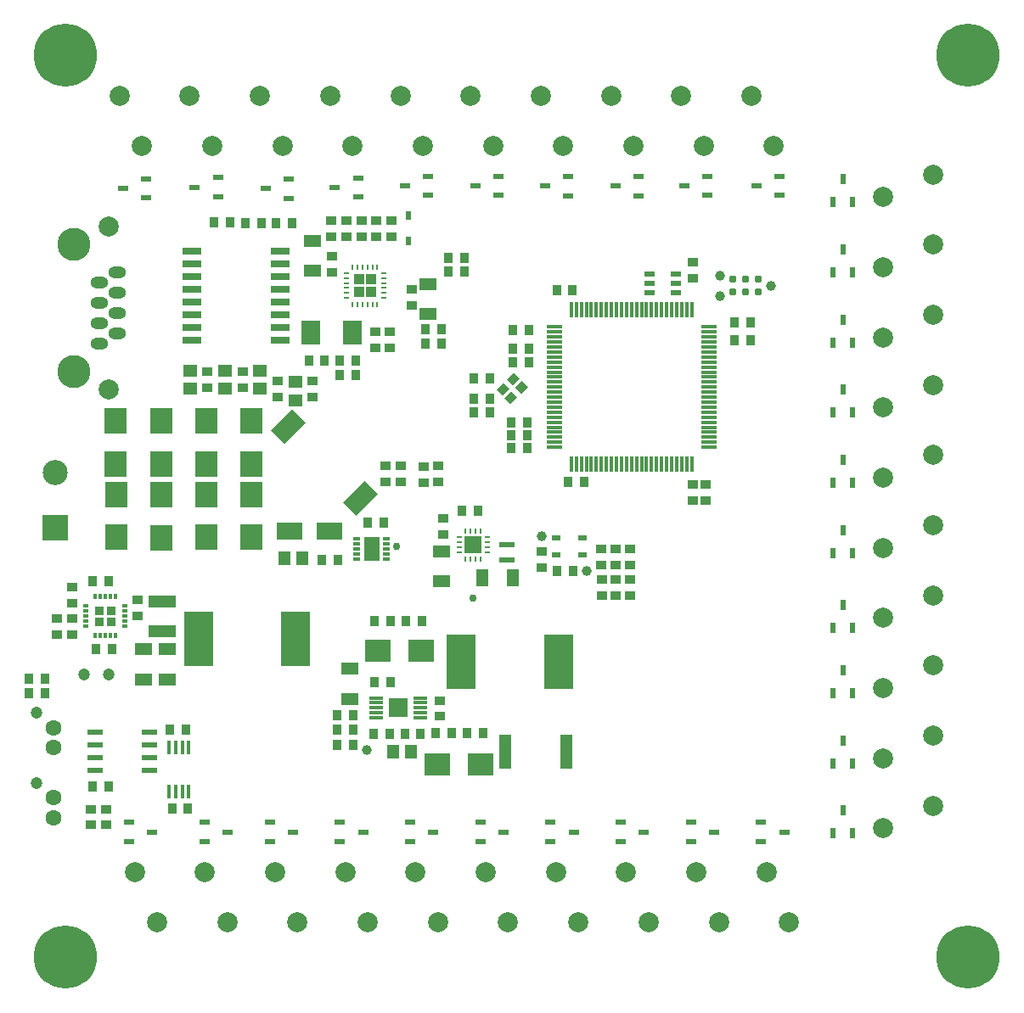
<source format=gts>
G04 #@! TF.FileFunction,Soldermask,Top*
%FSLAX46Y46*%
G04 Gerber Fmt 4.6, Leading zero omitted, Abs format (unit mm)*
G04 Created by KiCad (PCBNEW 4.0.4-stable) date Saturday, 15 October 2016 'PMt' 14:40:54*
%MOMM*%
%LPD*%
G01*
G04 APERTURE LIST*
%ADD10C,0.100000*%
%ADD11C,1.000000*%
%ADD12R,0.950000X1.000000*%
%ADD13R,0.480000X0.230000*%
%ADD14R,0.230000X0.480000*%
%ADD15R,1.002000X1.002000*%
%ADD16R,1.000000X0.950000*%
%ADD17R,1.800000X1.150000*%
%ADD18R,1.150000X1.800000*%
%ADD19R,1.450000X1.150000*%
%ADD20R,1.150000X1.450000*%
%ADD21R,2.700000X1.150000*%
%ADD22R,2.300000X2.500000*%
%ADD23R,2.500000X1.700000*%
%ADD24R,0.500000X0.900000*%
%ADD25R,0.900000X0.500000*%
%ADD26R,2.500000X2.300000*%
%ADD27R,1.500000X0.300000*%
%ADD28R,0.300000X1.500000*%
%ADD29R,0.600000X0.250000*%
%ADD30R,0.250000X0.600000*%
%ADD31R,1.702000X1.702000*%
%ADD32R,1.100000X0.600000*%
%ADD33R,0.700000X0.300000*%
%ADD34R,1.582000X2.352000*%
%ADD35R,0.300000X0.600000*%
%ADD36R,0.600000X0.300000*%
%ADD37R,0.852000X0.852000*%
%ADD38R,1.600000X0.500000*%
%ADD39R,2.900000X5.400000*%
%ADD40C,0.787000*%
%ADD41C,2.000000*%
%ADD42R,1.000000X0.600000*%
%ADD43R,0.600000X1.000000*%
%ADD44R,1.910000X0.640000*%
%ADD45R,1.900000X2.400000*%
%ADD46R,2.500000X2.500000*%
%ADD47C,2.500000*%
%ADD48R,1.250000X3.400000*%
%ADD49C,0.750000*%
%ADD50R,0.450000X1.450000*%
%ADD51R,1.550000X0.600000*%
%ADD52R,1.450000X0.300000*%
%ADD53R,1.832000X1.892000*%
%ADD54C,1.200000*%
%ADD55C,1.600000*%
%ADD56C,6.300000*%
%ADD57C,0.600000*%
%ADD58O,1.800000X1.200000*%
%ADD59C,3.300000*%
G04 APERTURE END LIST*
D10*
D11*
X75050000Y-114300000D03*
D12*
X72100000Y-113800000D03*
X73700000Y-113800000D03*
D13*
X72970000Y-66710000D03*
X72970000Y-67210000D03*
X72970000Y-67710000D03*
X72970000Y-68210000D03*
X72970000Y-68710000D03*
X72970000Y-69210000D03*
D14*
X73580000Y-69820000D03*
X74080000Y-69820000D03*
X74580000Y-69820000D03*
X75080000Y-69820000D03*
X75580000Y-69820000D03*
X76080000Y-69820000D03*
D13*
X76690000Y-69210000D03*
X76690000Y-68710000D03*
X76690000Y-68210000D03*
X76690000Y-67710000D03*
X76690000Y-67210000D03*
X76690000Y-66710000D03*
D14*
X76080000Y-66100000D03*
X75580000Y-66100000D03*
X75080000Y-66100000D03*
X74580000Y-66100000D03*
X74080000Y-66100000D03*
X73580000Y-66100000D03*
D15*
X74230000Y-67360000D03*
X74230000Y-68560000D03*
X75430000Y-67360000D03*
X75430000Y-68560000D03*
D12*
X87320000Y-80600000D03*
X85720000Y-80600000D03*
D16*
X107520000Y-87800000D03*
X107520000Y-89400000D03*
D12*
X111720000Y-73400000D03*
X113320000Y-73400000D03*
X91220000Y-72400000D03*
X89620000Y-72400000D03*
X91020000Y-82900000D03*
X89420000Y-82900000D03*
X91020000Y-84200000D03*
X89420000Y-84200000D03*
X91220000Y-74300000D03*
X89620000Y-74300000D03*
X91020000Y-81600000D03*
X89420000Y-81600000D03*
X91220000Y-75600000D03*
X89620000Y-75600000D03*
X93960000Y-68400000D03*
X95560000Y-68400000D03*
D16*
X108820000Y-87800000D03*
X108820000Y-89400000D03*
D12*
X111720000Y-71600000D03*
X113320000Y-71600000D03*
X96710000Y-87540000D03*
X95110000Y-87540000D03*
D17*
X82470000Y-94490000D03*
X82470000Y-97490000D03*
D16*
X82660000Y-92820000D03*
X82660000Y-91220000D03*
D12*
X86120000Y-90400000D03*
X84520000Y-90400000D03*
D18*
X89570000Y-97140000D03*
X86570000Y-97140000D03*
D19*
X67900000Y-77600000D03*
X67900000Y-79400000D03*
X57400000Y-76450000D03*
X57400000Y-78250000D03*
X64400000Y-76450000D03*
X64400000Y-78250000D03*
X60900000Y-76450000D03*
X60900000Y-78250000D03*
D20*
X66830000Y-95180000D03*
X68630000Y-95180000D03*
D12*
X72350000Y-76900000D03*
X73950000Y-76900000D03*
X61360000Y-61620000D03*
X59760000Y-61620000D03*
D16*
X74500000Y-63100000D03*
X74500000Y-61500000D03*
X73000000Y-63100000D03*
X73000000Y-61500000D03*
D12*
X73930000Y-75410000D03*
X72330000Y-75410000D03*
D21*
X54650000Y-99500000D03*
X54650000Y-102500000D03*
D12*
X69230000Y-75410000D03*
X70830000Y-75410000D03*
D17*
X81130000Y-70800000D03*
X81130000Y-67800000D03*
D16*
X45630000Y-99680000D03*
X45630000Y-98080000D03*
X79480000Y-69960000D03*
X79480000Y-68360000D03*
D17*
X69600000Y-66500000D03*
X69600000Y-63500000D03*
D16*
X71530000Y-66620000D03*
X71530000Y-65020000D03*
D12*
X48050000Y-104250000D03*
X49650000Y-104250000D03*
D16*
X52200000Y-99350000D03*
X52200000Y-100950000D03*
X76000000Y-63100000D03*
X76000000Y-61500000D03*
D17*
X52800000Y-107250000D03*
X52800000Y-104250000D03*
X55150000Y-107250000D03*
X55150000Y-104250000D03*
X73340000Y-109210000D03*
X73340000Y-106210000D03*
D20*
X79440000Y-114460000D03*
X77640000Y-114460000D03*
D16*
X82280000Y-110960000D03*
X82280000Y-109360000D03*
D12*
X75790000Y-107510000D03*
X77390000Y-107510000D03*
X85010000Y-112640000D03*
X86610000Y-112640000D03*
D22*
X63500000Y-81500000D03*
X63500000Y-85800000D03*
X63500000Y-88800000D03*
X63500000Y-93100000D03*
X59000000Y-81500000D03*
X59000000Y-85800000D03*
X59000000Y-88800000D03*
X59000000Y-93100000D03*
X50000000Y-81500000D03*
X50000000Y-85800000D03*
X50050000Y-88800000D03*
X50050000Y-93100000D03*
X54500000Y-81500000D03*
X54500000Y-85800000D03*
X54500000Y-88850000D03*
X54500000Y-93150000D03*
D23*
X67300000Y-92500000D03*
X71300000Y-92500000D03*
D24*
X79200000Y-60950000D03*
X79200000Y-63550000D03*
D25*
X96538582Y-94836758D03*
X93938582Y-94836758D03*
X96518582Y-93166758D03*
X93918582Y-93166758D03*
D26*
X82090000Y-115710000D03*
X86390000Y-115710000D03*
X80440000Y-104410000D03*
X76140000Y-104410000D03*
D27*
X93720000Y-72100000D03*
X93720000Y-72600000D03*
X93720000Y-73100000D03*
X93720000Y-73600000D03*
X93720000Y-74100000D03*
X93720000Y-74600000D03*
X93720000Y-75100000D03*
X93720000Y-75600000D03*
X93720000Y-76100000D03*
X93720000Y-76600000D03*
X93720000Y-77100000D03*
X93720000Y-77600000D03*
X93720000Y-78100000D03*
X93720000Y-78600000D03*
X93720000Y-79100000D03*
X93720000Y-79600000D03*
X93720000Y-80100000D03*
X93720000Y-80600000D03*
X93720000Y-81100000D03*
X93720000Y-81600000D03*
X93720000Y-82100000D03*
X93720000Y-82600000D03*
X93720000Y-83100000D03*
X93720000Y-83600000D03*
X93720000Y-84100000D03*
D28*
X95420000Y-85800000D03*
X95920000Y-85800000D03*
X96420000Y-85800000D03*
X96920000Y-85800000D03*
X97420000Y-85800000D03*
X97920000Y-85800000D03*
X98420000Y-85800000D03*
X98920000Y-85800000D03*
X99420000Y-85800000D03*
X99920000Y-85800000D03*
X100420000Y-85800000D03*
X100920000Y-85800000D03*
X101420000Y-85800000D03*
X101920000Y-85800000D03*
X102420000Y-85800000D03*
X102920000Y-85800000D03*
X103420000Y-85800000D03*
X103920000Y-85800000D03*
X104420000Y-85800000D03*
X104920000Y-85800000D03*
X105420000Y-85800000D03*
X105920000Y-85800000D03*
X106420000Y-85800000D03*
X106920000Y-85800000D03*
X107420000Y-85800000D03*
D27*
X109120000Y-84100000D03*
X109120000Y-83600000D03*
X109120000Y-83100000D03*
X109120000Y-82600000D03*
X109120000Y-82100000D03*
X109120000Y-81600000D03*
X109120000Y-81100000D03*
X109120000Y-80600000D03*
X109120000Y-80100000D03*
X109120000Y-79600000D03*
X109120000Y-79100000D03*
X109120000Y-78600000D03*
X109120000Y-78100000D03*
X109120000Y-77600000D03*
X109120000Y-77100000D03*
X109120000Y-76600000D03*
X109120000Y-76100000D03*
X109120000Y-75600000D03*
X109120000Y-75100000D03*
X109120000Y-74600000D03*
X109120000Y-74100000D03*
X109120000Y-73600000D03*
X109120000Y-73100000D03*
X109120000Y-72600000D03*
X109120000Y-72100000D03*
D28*
X107420000Y-70400000D03*
X106920000Y-70400000D03*
X106420000Y-70400000D03*
X105920000Y-70400000D03*
X105420000Y-70400000D03*
X104920000Y-70400000D03*
X104420000Y-70400000D03*
X103920000Y-70400000D03*
X103420000Y-70400000D03*
X102920000Y-70400000D03*
X102420000Y-70400000D03*
X101920000Y-70400000D03*
X101420000Y-70400000D03*
X100920000Y-70400000D03*
X100420000Y-70400000D03*
X99920000Y-70400000D03*
X99420000Y-70400000D03*
X98920000Y-70400000D03*
X98420000Y-70400000D03*
X97920000Y-70400000D03*
X97420000Y-70400000D03*
X96920000Y-70400000D03*
X96420000Y-70400000D03*
X95920000Y-70400000D03*
X95420000Y-70400000D03*
D29*
X87020000Y-94590000D03*
X87020000Y-94090000D03*
X87020000Y-93590000D03*
X87020000Y-93090000D03*
D30*
X86370000Y-92440000D03*
X85870000Y-92440000D03*
X85370000Y-92440000D03*
X84870000Y-92440000D03*
D29*
X84220000Y-93090000D03*
X84220000Y-93590000D03*
X84220000Y-94090000D03*
X84220000Y-94590000D03*
D30*
X84870000Y-95240000D03*
X85370000Y-95240000D03*
X85870000Y-95240000D03*
X86370000Y-95240000D03*
D31*
X85620000Y-93840000D03*
D32*
X103250000Y-66780000D03*
X103250000Y-67730000D03*
X103250000Y-68680000D03*
X105850000Y-68680000D03*
X105850000Y-67730000D03*
X105850000Y-66780000D03*
D33*
X74025000Y-93250000D03*
X74025000Y-93750000D03*
X74025000Y-94250000D03*
X74025000Y-94750000D03*
X74025000Y-95250000D03*
X76975000Y-95250000D03*
X76975000Y-94750000D03*
X76975000Y-94250000D03*
X76975000Y-93750000D03*
X76975000Y-93250000D03*
D34*
X75500000Y-94250000D03*
D35*
X49950000Y-99025000D03*
X49450000Y-99025000D03*
X48950000Y-99025000D03*
X48450000Y-99025000D03*
X47950000Y-99025000D03*
D36*
X47025000Y-99950000D03*
X47025000Y-100450000D03*
X47025000Y-100950000D03*
X47025000Y-101450000D03*
X47025000Y-101950000D03*
D35*
X47950000Y-102875000D03*
X48450000Y-102875000D03*
X48950000Y-102875000D03*
X49450000Y-102875000D03*
X49950000Y-102875000D03*
D36*
X50875000Y-101950000D03*
X50875000Y-101450000D03*
X50875000Y-100950000D03*
X50875000Y-100450000D03*
X50875000Y-99950000D03*
D37*
X49515000Y-100385000D03*
X48385000Y-100385000D03*
X49515000Y-101515000D03*
X48385000Y-101515000D03*
D38*
X88970000Y-93840000D03*
X88970000Y-95340000D03*
D10*
G36*
X72675266Y-89596586D02*
X74796586Y-87475266D01*
X76104734Y-88783414D01*
X73983414Y-90904734D01*
X72675266Y-89596586D01*
X72675266Y-89596586D01*
G37*
G36*
X65495266Y-82416586D02*
X67616586Y-80295266D01*
X68924734Y-81603414D01*
X66803414Y-83724734D01*
X65495266Y-82416586D01*
X65495266Y-82416586D01*
G37*
D16*
X71500000Y-61500000D03*
X71500000Y-63100000D03*
D39*
X67950000Y-103250000D03*
X58250000Y-103250000D03*
X94160000Y-105530000D03*
X84460000Y-105530000D03*
D40*
X114090000Y-67360000D03*
X114090000Y-68630000D03*
X112820000Y-67360000D03*
X112820000Y-68630000D03*
X111550000Y-67360000D03*
X111550000Y-68630000D03*
D11*
X115360000Y-67995000D03*
X110280000Y-66979000D03*
X110280000Y-69011000D03*
D41*
X51875000Y-126500000D03*
X54125000Y-131500000D03*
X58875000Y-126500000D03*
X61125000Y-131500000D03*
X65875000Y-126500000D03*
X68125000Y-131500000D03*
X72875000Y-126500000D03*
X75125000Y-131500000D03*
X79875000Y-126500000D03*
X82125000Y-131500000D03*
X86875000Y-126500000D03*
X89125000Y-131500000D03*
X93875000Y-126500000D03*
X96125000Y-131500000D03*
X100875000Y-126500000D03*
X103125000Y-131500000D03*
X107875000Y-126500000D03*
X110125000Y-131500000D03*
X114875000Y-126500000D03*
X117125000Y-131500000D03*
X126500000Y-122125000D03*
X131500000Y-119875000D03*
X126500000Y-115125000D03*
X131500000Y-112875000D03*
X126500000Y-108125000D03*
X131500000Y-105875000D03*
X126500000Y-101125000D03*
X131500000Y-98875000D03*
X126500000Y-94125000D03*
X131500000Y-91875000D03*
X126500000Y-87125000D03*
X131500000Y-84875000D03*
X126500000Y-80125000D03*
X131500000Y-77875000D03*
X126500000Y-73125000D03*
X131500000Y-70875000D03*
X126500000Y-66125000D03*
X131500000Y-63875000D03*
X126500000Y-59125000D03*
X131500000Y-56875000D03*
X115625000Y-54000000D03*
X113375000Y-49000000D03*
X108625000Y-54000000D03*
X106375000Y-49000000D03*
X101625000Y-54000000D03*
X99375000Y-49000000D03*
X94625000Y-54000000D03*
X92375000Y-49000000D03*
X87625000Y-54000000D03*
X85375000Y-49000000D03*
X80625000Y-54000000D03*
X78375000Y-49000000D03*
X73625000Y-54000000D03*
X71375000Y-49000000D03*
X66625000Y-54000000D03*
X64375000Y-49000000D03*
X59625000Y-54000000D03*
X57375000Y-49000000D03*
X52625000Y-54000000D03*
X50375000Y-49000000D03*
D42*
X51350000Y-121550000D03*
X51350000Y-123450000D03*
X53650000Y-122500000D03*
X58860000Y-121540000D03*
X58860000Y-123440000D03*
X61160000Y-122490000D03*
X65350000Y-121550000D03*
X65350000Y-123450000D03*
X67650000Y-122500000D03*
X72350000Y-121550000D03*
X72350000Y-123450000D03*
X74650000Y-122500000D03*
X79350000Y-121550000D03*
X79350000Y-123450000D03*
X81650000Y-122500000D03*
X86350000Y-121550000D03*
X86350000Y-123450000D03*
X88650000Y-122500000D03*
X93350000Y-121550000D03*
X93350000Y-123450000D03*
X95650000Y-122500000D03*
X100350000Y-121550000D03*
X100350000Y-123450000D03*
X102650000Y-122500000D03*
X107350000Y-121550000D03*
X107350000Y-123450000D03*
X109650000Y-122500000D03*
X114350000Y-121550000D03*
X114350000Y-123450000D03*
X116650000Y-122500000D03*
D43*
X121550000Y-122650000D03*
X123450000Y-122650000D03*
X122500000Y-120350000D03*
X121550000Y-115650000D03*
X123450000Y-115650000D03*
X122500000Y-113350000D03*
X121550000Y-108650000D03*
X123450000Y-108650000D03*
X122500000Y-106350000D03*
X121550000Y-102100000D03*
X123450000Y-102100000D03*
X122500000Y-99800000D03*
X121550000Y-94650000D03*
X123450000Y-94650000D03*
X122500000Y-92350000D03*
X121550000Y-87650000D03*
X123450000Y-87650000D03*
X122500000Y-85350000D03*
X121550000Y-80650000D03*
X123450000Y-80650000D03*
X122500000Y-78350000D03*
X121550000Y-73650000D03*
X123450000Y-73650000D03*
X122500000Y-71350000D03*
X121550000Y-66650000D03*
X123450000Y-66650000D03*
X122500000Y-64350000D03*
X121550000Y-59650000D03*
X123450000Y-59650000D03*
X122500000Y-57350000D03*
D42*
X116150000Y-58950000D03*
X116150000Y-57050000D03*
X113850000Y-58000000D03*
X109000000Y-58950000D03*
X109000000Y-57050000D03*
X106700000Y-58000000D03*
X102150000Y-59000000D03*
X102150000Y-57100000D03*
X99850000Y-58050000D03*
X95090000Y-58990000D03*
X95090000Y-57090000D03*
X92790000Y-58040000D03*
X88150000Y-58950000D03*
X88150000Y-57050000D03*
X85850000Y-58000000D03*
X81150000Y-58950000D03*
X81150000Y-57050000D03*
X78850000Y-58000000D03*
X74140000Y-59130000D03*
X74140000Y-57230000D03*
X71840000Y-58180000D03*
X67250000Y-59250000D03*
X67250000Y-57350000D03*
X64950000Y-58300000D03*
X60180000Y-59100000D03*
X60180000Y-57200000D03*
X57880000Y-58150000D03*
X53000000Y-59200000D03*
X53000000Y-57300000D03*
X50700000Y-58250000D03*
D16*
X69650000Y-79100000D03*
X69650000Y-77500000D03*
X59150000Y-78150000D03*
X59150000Y-76550000D03*
X66150000Y-79100000D03*
X66150000Y-77500000D03*
X62650000Y-78150000D03*
X62650000Y-76550000D03*
D12*
X72160000Y-95340000D03*
X70560000Y-95340000D03*
X76700000Y-91600000D03*
X75100000Y-91600000D03*
X49250000Y-97500000D03*
X47650000Y-97500000D03*
D16*
X75880000Y-72600000D03*
X75880000Y-74200000D03*
X77300000Y-74200000D03*
X77300000Y-72600000D03*
X77500000Y-61500000D03*
X77500000Y-63100000D03*
X45660000Y-102800000D03*
X45660000Y-101200000D03*
X44140000Y-101200000D03*
X44140000Y-102800000D03*
D12*
X72100000Y-110800000D03*
X73700000Y-110800000D03*
X73700000Y-112300000D03*
X72100000Y-112300000D03*
X78800000Y-112700000D03*
X80400000Y-112700000D03*
X94008582Y-96416758D03*
X95608582Y-96416758D03*
X75690000Y-112710000D03*
X77290000Y-112710000D03*
D16*
X92488582Y-94466758D03*
X92488582Y-96066758D03*
D12*
X83500000Y-112640000D03*
X81900000Y-112640000D03*
D44*
X57615000Y-64555000D03*
X57615000Y-65825000D03*
X57615000Y-67095000D03*
X57615000Y-68365000D03*
X57615000Y-69635000D03*
X57615000Y-70905000D03*
X57615000Y-72175000D03*
X57615000Y-73445000D03*
X66385000Y-73445000D03*
X66385000Y-72175000D03*
X66385000Y-70905000D03*
X66385000Y-69635000D03*
X66385000Y-68365000D03*
X66385000Y-67095000D03*
X66385000Y-65825000D03*
X66385000Y-64555000D03*
D45*
X69480000Y-72660000D03*
X73580000Y-72660000D03*
D46*
X43960000Y-92090000D03*
D47*
X43960000Y-86590000D03*
D48*
X94940000Y-114450000D03*
X88840000Y-114450000D03*
D49*
X85570000Y-99190000D03*
X78000000Y-94000000D03*
D11*
X96928582Y-96426758D03*
X92508582Y-92976758D03*
D12*
X55410000Y-112270000D03*
X57010000Y-112270000D03*
X47670000Y-117970000D03*
X49270000Y-117970000D03*
X55600000Y-120190000D03*
X57200000Y-120190000D03*
D50*
X55325000Y-118420000D03*
X55975000Y-118420000D03*
X56625000Y-118420000D03*
X57275000Y-118420000D03*
X57275000Y-114020000D03*
X56625000Y-114020000D03*
X55975000Y-114020000D03*
X55325000Y-114020000D03*
D51*
X53370000Y-116375000D03*
X53370000Y-115105000D03*
X53370000Y-113835000D03*
X53370000Y-112565000D03*
X47970000Y-112565000D03*
X47970000Y-113835000D03*
X47970000Y-115105000D03*
X47970000Y-116375000D03*
D52*
X75940000Y-109110000D03*
X75940000Y-109610000D03*
X75940000Y-110110000D03*
X75940000Y-110610000D03*
X75940000Y-111110000D03*
X80340000Y-111110000D03*
X80340000Y-110610000D03*
X80340000Y-110110000D03*
X80340000Y-109610000D03*
X80340000Y-109110000D03*
D53*
X78140000Y-110110000D03*
D54*
X42060000Y-110580000D03*
D55*
X43760000Y-112080000D03*
X43760000Y-114080000D03*
D54*
X42060000Y-117580000D03*
D55*
X43760000Y-119080000D03*
X43760000Y-121080000D03*
D16*
X107570000Y-65650000D03*
X107570000Y-67250000D03*
X76900000Y-85950000D03*
X76900000Y-87550000D03*
D12*
X41360000Y-107160000D03*
X42960000Y-107160000D03*
D16*
X47500000Y-121800000D03*
X47500000Y-120200000D03*
X80660000Y-86010000D03*
X80660000Y-87610000D03*
D12*
X65950000Y-61700000D03*
X67550000Y-61700000D03*
D16*
X101280000Y-95880000D03*
X101280000Y-94280000D03*
D12*
X78890000Y-101420000D03*
X80490000Y-101420000D03*
D16*
X98430000Y-95880000D03*
X98430000Y-94280000D03*
X99870000Y-95880000D03*
X99870000Y-94280000D03*
X78410000Y-85940000D03*
X78410000Y-87540000D03*
D12*
X41360000Y-108650000D03*
X42960000Y-108650000D03*
D16*
X49000000Y-121800000D03*
X49000000Y-120200000D03*
X82160000Y-85990000D03*
X82160000Y-87590000D03*
D12*
X64550000Y-61700000D03*
X62950000Y-61700000D03*
D16*
X101260000Y-97300000D03*
X101260000Y-98900000D03*
D12*
X77390000Y-101410000D03*
X75790000Y-101410000D03*
D16*
X98440000Y-97310000D03*
X98440000Y-98910000D03*
X99860000Y-97310000D03*
X99860000Y-98910000D03*
D56*
X45000000Y-45000000D03*
D57*
X45000000Y-42500000D03*
X47500000Y-45000000D03*
X45000000Y-47500000D03*
X42500000Y-45000000D03*
X43200000Y-43200000D03*
X46800000Y-43200000D03*
X43200000Y-46800000D03*
X46800000Y-46800000D03*
D56*
X135000000Y-45000000D03*
D57*
X135000000Y-42500000D03*
X137500000Y-45000000D03*
X135000000Y-47500000D03*
X132500000Y-45000000D03*
X133200000Y-43200000D03*
X136800000Y-43200000D03*
X133200000Y-46800000D03*
X136800000Y-46800000D03*
D56*
X135000000Y-135000000D03*
D57*
X135000000Y-132500000D03*
X137500000Y-135000000D03*
X135000000Y-137500000D03*
X132500000Y-135000000D03*
X133200000Y-133200000D03*
X136800000Y-133200000D03*
X133200000Y-136800000D03*
X136800000Y-136800000D03*
D56*
X45000000Y-135000000D03*
D57*
X45000000Y-132500000D03*
X47500000Y-135000000D03*
X45000000Y-137500000D03*
X42500000Y-135000000D03*
X43200000Y-133200000D03*
X46800000Y-133200000D03*
X43200000Y-136800000D03*
X46800000Y-136800000D03*
D12*
X87320000Y-77200000D03*
X85720000Y-77200000D03*
X87320000Y-79300000D03*
X85720000Y-79300000D03*
D10*
G36*
X89661421Y-76644365D02*
X90262462Y-77245406D01*
X89590711Y-77917157D01*
X88989670Y-77316116D01*
X89661421Y-76644365D01*
X89661421Y-76644365D01*
G37*
G36*
X88636116Y-77669670D02*
X89237157Y-78270711D01*
X88565406Y-78942462D01*
X87964365Y-78341421D01*
X88636116Y-77669670D01*
X88636116Y-77669670D01*
G37*
G36*
X89449289Y-78482843D02*
X90050330Y-79083884D01*
X89378579Y-79755635D01*
X88777538Y-79154594D01*
X89449289Y-78482843D01*
X89449289Y-78482843D01*
G37*
G36*
X90474594Y-77457538D02*
X91075635Y-78058579D01*
X90403884Y-78730330D01*
X89802843Y-78129289D01*
X90474594Y-77457538D01*
X90474594Y-77457538D01*
G37*
D12*
X80890000Y-73740000D03*
X82490000Y-73740000D03*
X80880000Y-72340000D03*
X82480000Y-72340000D03*
X83140000Y-66540000D03*
X84740000Y-66540000D03*
X83140000Y-65200000D03*
X84740000Y-65200000D03*
D41*
X49289000Y-62048000D03*
D58*
X50178000Y-66620000D03*
X50178000Y-68652000D03*
X50178000Y-70684000D03*
X50178000Y-72716000D03*
X48400000Y-69668000D03*
X48400000Y-71700000D03*
X48400000Y-67636000D03*
X48400000Y-73732000D03*
D59*
X45860000Y-76526000D03*
X45860000Y-63826000D03*
D41*
X49289000Y-78304000D03*
D54*
X49270000Y-106760000D03*
X46870000Y-106760000D03*
M02*

</source>
